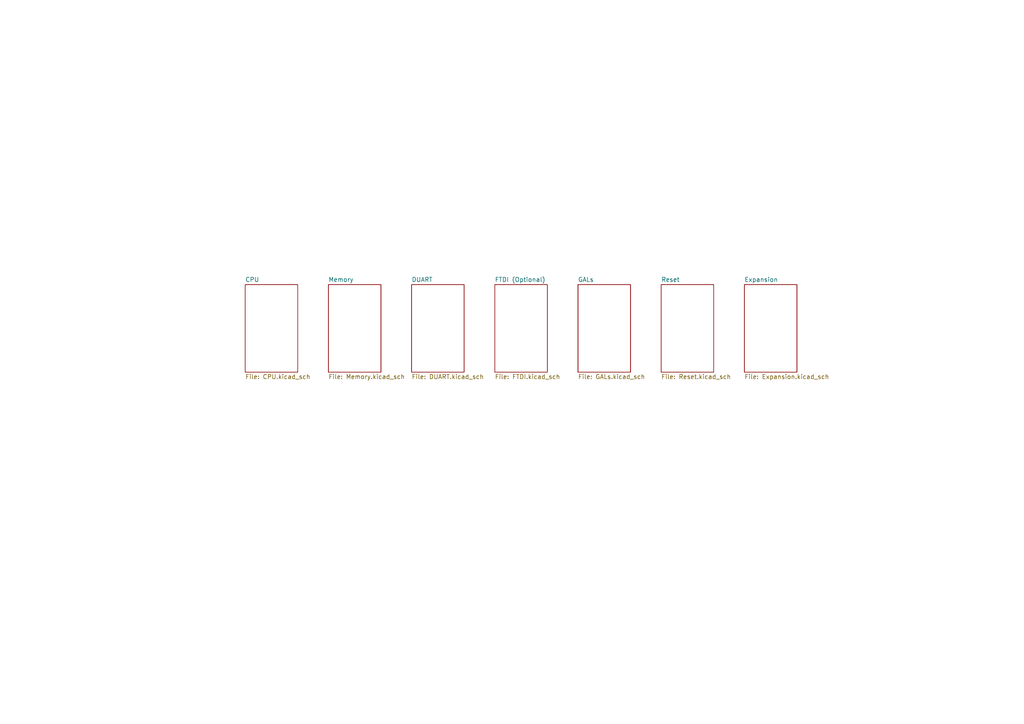
<source format=kicad_sch>
(kicad_sch
	(version 20231120)
	(generator "eeschema")
	(generator_version "8.0")
	(uuid "9031bb33-c6aa-4758-bf5c-3274ed3ebab7")
	(paper "A4")
	(title_block
		(title "ROSCO_M68K GENERAL PURPOSE MC68010 COMPUTER")
		(date "2024-06-09")
		(rev "2.2")
		(company "The Really Old-School Company Limited")
		(comment 1 "OSHWA UK000006 (https://certification.oshwa.org/uk000006.html)")
		(comment 2 "See https://github.com/roscopeco/rosco_m68k/blob/master/LICENCE.hardware.txt")
		(comment 3 "Open Source Hardware licenced under CERN Open Hardware Licence")
		(comment 4 "Copyright 2019-2024 Ross Bamford and Contributors")
	)
	(lib_symbols)
	(sheet
		(at 71.12 82.55)
		(size 15.24 25.4)
		(fields_autoplaced yes)
		(stroke
			(width 0)
			(type solid)
		)
		(fill
			(color 0 0 0 0.0000)
		)
		(uuid "00000000-0000-0000-0000-00005e53b4b8")
		(property "Sheetname" "CPU"
			(at 71.12 81.8384 0)
			(effects
				(font
					(size 1.27 1.27)
				)
				(justify left bottom)
			)
		)
		(property "Sheetfile" "CPU.kicad_sch"
			(at 71.12 108.5346 0)
			(effects
				(font
					(size 1.27 1.27)
				)
				(justify left top)
			)
		)
		(instances
			(project "rosco_m68k"
				(path "/9031bb33-c6aa-4758-bf5c-3274ed3ebab7"
					(page "2")
				)
			)
		)
	)
	(sheet
		(at 215.9 82.55)
		(size 15.24 25.4)
		(fields_autoplaced yes)
		(stroke
			(width 0)
			(type solid)
		)
		(fill
			(color 0 0 0 0.0000)
		)
		(uuid "00000000-0000-0000-0000-00005e53bc83")
		(property "Sheetname" "Expansion"
			(at 215.9 81.8384 0)
			(effects
				(font
					(size 1.27 1.27)
				)
				(justify left bottom)
			)
		)
		(property "Sheetfile" "Expansion.kicad_sch"
			(at 215.9 108.5346 0)
			(effects
				(font
					(size 1.27 1.27)
				)
				(justify left top)
			)
		)
		(instances
			(project "rosco_m68k"
				(path "/9031bb33-c6aa-4758-bf5c-3274ed3ebab7"
					(page "4")
				)
			)
		)
	)
	(sheet
		(at 119.38 82.55)
		(size 15.24 25.4)
		(fields_autoplaced yes)
		(stroke
			(width 0)
			(type solid)
		)
		(fill
			(color 0 0 0 0.0000)
		)
		(uuid "00000000-0000-0000-0000-000061622e90")
		(property "Sheetname" "DUART"
			(at 119.38 81.8384 0)
			(effects
				(font
					(size 1.27 1.27)
				)
				(justify left bottom)
			)
		)
		(property "Sheetfile" "DUART.kicad_sch"
			(at 119.38 108.5346 0)
			(effects
				(font
					(size 1.27 1.27)
				)
				(justify left top)
			)
		)
		(instances
			(project "rosco_m68k"
				(path "/9031bb33-c6aa-4758-bf5c-3274ed3ebab7"
					(page "3")
				)
			)
		)
	)
	(sheet
		(at 191.77 82.55)
		(size 15.24 25.4)
		(fields_autoplaced yes)
		(stroke
			(width 0)
			(type solid)
		)
		(fill
			(color 0 0 0 0.0000)
		)
		(uuid "00000000-0000-0000-0000-00006162e38e")
		(property "Sheetname" "Reset"
			(at 191.77 81.8384 0)
			(effects
				(font
					(size 1.27 1.27)
				)
				(justify left bottom)
			)
		)
		(property "Sheetfile" "Reset.kicad_sch"
			(at 191.77 108.5346 0)
			(effects
				(font
					(size 1.27 1.27)
				)
				(justify left top)
			)
		)
		(instances
			(project "rosco_m68k"
				(path "/9031bb33-c6aa-4758-bf5c-3274ed3ebab7"
					(page "7")
				)
			)
		)
	)
	(sheet
		(at 95.25 82.55)
		(size 15.24 25.4)
		(fields_autoplaced yes)
		(stroke
			(width 0)
			(type solid)
		)
		(fill
			(color 0 0 0 0.0000)
		)
		(uuid "00000000-0000-0000-0000-0000616b7c9b")
		(property "Sheetname" "Memory"
			(at 95.25 81.8384 0)
			(effects
				(font
					(size 1.27 1.27)
				)
				(justify left bottom)
			)
		)
		(property "Sheetfile" "Memory.kicad_sch"
			(at 95.25 108.5346 0)
			(effects
				(font
					(size 1.27 1.27)
				)
				(justify left top)
			)
		)
		(instances
			(project "rosco_m68k"
				(path "/9031bb33-c6aa-4758-bf5c-3274ed3ebab7"
					(page "6")
				)
			)
		)
	)
	(sheet
		(at 167.64 82.55)
		(size 15.24 25.4)
		(fields_autoplaced yes)
		(stroke
			(width 0)
			(type solid)
		)
		(fill
			(color 0 0 0 0.0000)
		)
		(uuid "00000000-0000-0000-0000-0000617d19f3")
		(property "Sheetname" "GALs"
			(at 167.64 81.8384 0)
			(effects
				(font
					(size 1.27 1.27)
				)
				(justify left bottom)
			)
		)
		(property "Sheetfile" "GALs.kicad_sch"
			(at 167.64 108.5346 0)
			(effects
				(font
					(size 1.27 1.27)
				)
				(justify left top)
			)
		)
		(instances
			(project "rosco_m68k"
				(path "/9031bb33-c6aa-4758-bf5c-3274ed3ebab7"
					(page "5")
				)
			)
		)
	)
	(sheet
		(at 143.51 82.55)
		(size 15.24 25.4)
		(fields_autoplaced yes)
		(stroke
			(width 0.1524)
			(type solid)
		)
		(fill
			(color 0 0 0 0.0000)
		)
		(uuid "6adec69a-411a-403d-8d52-6c6bad743b78")
		(property "Sheetname" "FTDI (Optional)"
			(at 143.51 81.8384 0)
			(effects
				(font
					(size 1.27 1.27)
				)
				(justify left bottom)
			)
		)
		(property "Sheetfile" "FTDI.kicad_sch"
			(at 143.51 108.5346 0)
			(effects
				(font
					(size 1.27 1.27)
				)
				(justify left top)
			)
		)
		(instances
			(project "rosco_m68k"
				(path "/9031bb33-c6aa-4758-bf5c-3274ed3ebab7"
					(page "8")
				)
			)
		)
	)
	(sheet_instances
		(path "/"
			(page "1")
		)
	)
)

</source>
